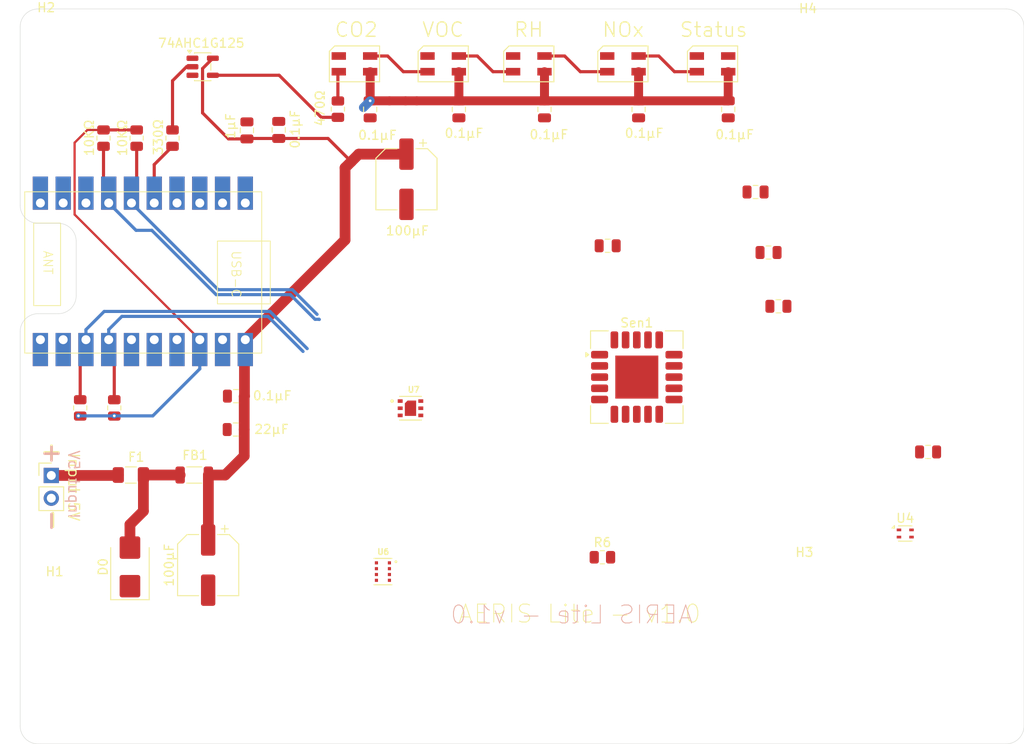
<source format=kicad_pcb>
(kicad_pcb (version 20241229) (generator "pcbnew") (generator_version "9.0")
  (layers (0 "F.Cu" signal) (2 "B.Cu" signal) (13 "F.Paste" user) (15 "B.Paste" user) (5 "F.SilkS" user "F.Silkscreen") (7 "B.SilkS" user "B.Silkscreen") (1 "F.Mask" user) (3 "B.Mask" user) (25 "Edge.Cuts" user))
  (net 0 "")
  (net 1 "+5V")
  (net 2 "GND")
  (net 3 "Net-(D1-DOUT)")
  (net 4 "+3V3")
  (net 5 "Net-(D2-DOUT)")
  (net 6 "Net-(D3-DOUT)")
  (net 7 "Net-(R3-Pad2)")
  (net 8 "Net-(R9-Pad1)")
  (net 9 "Net-(D4-DOUT)")
  (net 10 "Net-(J6-Pin_1)")
  (net 16 "Net-(D0-A2)")
  (net 17 "Net-(D1-DIN)")
  (net 20 "SDA_0")
  (net 21 "SCL_0")
  (net 22 "SCL_1")
  (net 23 "SDA_1")
  (net 38 "GPIO2")
  (footprint "Resistor_SMD:R_0805_2012Metric" (layer "F.Cu") (at 44.3 42.4125 90)
    (property "Reference" "R5" (hide yes))
    (property "Value" "10K" (hide yes))
    (fp_line (start -0.227064 -0.735) (end 0.227064 -0.735) (stroke (width 0.12)) (layer "F.SilkS"))
    (fp_line (start -0.227064 0.735) (end 0.227064 0.735) (stroke (width 0.12)) (layer "F.SilkS"))
    (pad "1" smd roundrect (at -0.9125 0 90) (size 1.025 1.4) (layers "F.Cu" "F.Mask" "F.Paste") (roundrect_rratio 0.243902) (net 22 "SCL_1"))
    (pad "2" smd roundrect (at 0.9125 0 90) (size 1.025 1.4) (layers "F.Cu" "F.Mask" "F.Paste") (roundrect_rratio 0.243902) (net 4 "+3V3"))
  )
  (footprint "Capacitor_SMD:CP_Elec_6.3x5.9" (layer "F.Cu") (at 78.1 47 -90)
    (property "Reference" "C11" (hide yes))
    (property "Value" "100µF" (hide yes))
    (fp_line (start -2.345563 3.41) (end 3.41 3.41) (stroke (width 0.12)) (layer "F.SilkS"))
    (fp_line (start 3.41 3.41) (end 3.41 1.06) (stroke (width 0.12)) (layer "F.SilkS"))
    (fp_line (start -3.41 2.345563) (end -2.345563 3.41) (stroke (width 0.12)) (layer "F.SilkS"))
    (fp_line (start -3.41 2.345563) (end -3.41 1.06) (stroke (width 0.12)) (layer "F.SilkS"))
    (fp_line (start -4.4375 -1.8475) (end -3.65 -1.8475) (stroke (width 0.12)) (layer "F.SilkS"))
    (fp_line (start -4.04375 -2.24125) (end -4.04375 -1.45375) (stroke (width 0.12)) (layer "F.SilkS"))
    (fp_line (start -3.41 -2.345563) (end -3.41 -1.06) (stroke (width 0.12)) (layer "F.SilkS"))
    (fp_line (start -3.41 -2.345563) (end -2.345563 -3.41) (stroke (width 0.12)) (layer "F.SilkS"))
    (fp_line (start -2.345563 -3.41) (end 3.41 -3.41) (stroke (width 0.12)) (layer "F.SilkS"))
    (fp_line (start 3.41 -3.41) (end 3.41 -1.06) (stroke (width 0.12)) (layer "F.SilkS"))
    (pad "1" smd roundrect (at -2.8 0 270) (size 3.5 1.6) (layers "F.Cu" "F.Mask" "F.Paste") (roundrect_rratio 0.15625) (net 1 "+5V"))
    (pad "2" smd roundrect (at 2.8 0 270) (size 3.5 1.6) (layers "F.Cu" "F.Mask" "F.Paste") (roundrect_rratio 0.15625) (net 2 "GND"))
  )
  (footprint "SGP41-D-R4:XDCR_SGP41-D-R4" (layer "F.Cu") (at 78.55 72.55)
    (property "Reference" "U7" (at 0.357 -2.0764 0) (layer "F.SilkS") (effects (font (size 0.64 0.64))))
    (property "Value" "SGP41-D-R4")
    (fp_line (start -1.22 -1.32) (end 1.22 -1.32) (stroke (width 0.127)) (layer "F.SilkS"))
    (fp_line (start 1.22 1.32) (end -1.22 1.32) (stroke (width 0.127)) (layer "F.SilkS"))
    (fp_circle (center -2.05 -0.8) (end -1.95 -0.8) (stroke (width 0.2)) (fill no) (layer "F.SilkS"))
    (pad "1" smd rect (at -1.15 -0.8) (size 0.55 0.4) (layers "F.Cu" "F.Mask" "F.Paste") (net 4 "+3V3"))
    (pad "2" smd rect (at -1.15 0) (size 0.55 0.4) (layers "F.Cu" "F.Mask" "F.Paste") (net 2 "GND"))
    (pad "3" smd rect (at -1.15 0.8) (size 0.55 0.4) (layers "F.Cu" "F.Mask" "F.Paste") (net 20 "SDA_0"))
    (pad "4" smd rect (at 1.15 0.8) (size 0.55 0.4) (layers "F.Cu" "F.Mask" "F.Paste"))
    (pad "5" smd rect (at 1.15 0) (size 0.55 0.4) (layers "F.Cu" "F.Mask" "F.Paste"))
    (pad "6" smd rect (at 1.15 -0.8) (size 0.55 0.4) (layers "F.Cu" "F.Mask" "F.Paste") (net 21 "SCL_0"))
    (pad "7" smd custom (at 0 0) (size 0.5 0.5) (layers "F.Cu") (options (clearance outline) (anchor rect)) (primitives (gr_poly (pts (xy -0.325 -0.85) (xy 0.625 -0.85) (xy 0.625 0.85) (xy -0.625 0.85) (xy -0.625 -0.55)) (width 0.01) (fill yes))))
  )
  (footprint "esp32-h2-supermini:LED_SK6812MINI_PLCC4_3.5x3.5mm_P1.75mm" (layer "F.Cu") (at 72.3 34.125 180)
    (property "Reference" "D1" (hide yes))
    (property "Value" "SK6812MINI" (hide yes))
    (fp_line (start 2.8 1.4) (end 2.8 -2) (stroke (width 0.12)) (layer "F.SilkS"))
    (fp_line (start 2.8 1.4) (end 2.2 2) (stroke (width 0.12)) (layer "F.SilkS"))
    (fp_line (start -2.8 2) (end 2.2 2) (stroke (width 0.12)) (layer "F.SilkS"))
    (fp_line (start -2.8 -2) (end 2.8 -2) (stroke (width 0.12)) (layer "F.SilkS"))
    (fp_line (start -2.8 -2) (end -2.8 2) (stroke (width 0.12)) (layer "F.SilkS"))
    (pad "1" smd rect (at -1.75 0.875 180) (size 1.6 0.85) (layers "F.Cu" "F.Mask" "F.Paste") (net 3 "Net-(D1-DOUT)"))
    (pad "2" smd rect (at 1.75 0.875 180) (size 1.6 0.85) (layers "F.Cu" "F.Mask" "F.Paste") (net 2 "GND"))
    (pad "3" smd rect (at 1.75 -0.875 180) (size 1.6 0.85) (layers "F.Cu" "F.Mask" "F.Paste") (net 17 "Net-(D1-DIN)"))
    (pad "4" smd rect (at -1.75 -0.875 180) (size 1.6 0.85) (layers "F.Cu" "F.Mask" "F.Paste") (net 1 "+5V"))
  )
  (footprint "Capacitor_SMD:C_0805_2012Metric" (layer "F.Cu") (at 119.6 61.175)
    (property "Reference" "C15" (hide yes))
    (property "Value" "1µF")
    (fp_line (start -0.261252 -0.735) (end 0.261252 -0.735) (stroke (width 0.12)) (layer "F.SilkS"))
    (fp_line (start -0.261252 0.735) (end 0.261252 0.735) (stroke (width 0.12)) (layer "F.SilkS"))
    (pad "1" smd roundrect (at -0.95 0) (size 1 1.45) (layers "F.Cu" "F.Mask" "F.Paste") (net 4 "+3V3"))
    (pad "2" smd roundrect (at 0.95 0) (size 1 1.45) (layers "F.Cu" "F.Mask" "F.Paste") (net 2 "GND"))
  )
  (footprint "Fuse:Fuse_1206_3216Metric" (layer "F.Cu") (at 47.35 80)
    (property "Reference" "F1" (at 0.6 -2 0) (layer "F.SilkS"))
    (property "Value" "Fuse_Small" (hide yes))
    (fp_line (start -0.602064 -0.91) (end 0.602064 -0.91) (stroke (width 0.12)) (layer "F.SilkS"))
    (fp_line (start -0.602064 0.91) (end 0.602064 0.91) (stroke (width 0.12)) (layer "F.SilkS"))
    (pad "1" smd roundrect (at -1.4 0) (size 1.25 1.75) (layers "F.Cu" "F.Mask" "F.Paste") (roundrect_rratio 0.2) (net 10 "Net-(J6-Pin_1)"))
    (pad "2" smd roundrect (at 1.4 0) (size 1.25 1.75) (layers "F.Cu" "F.Mask" "F.Paste") (roundrect_rratio 0.2) (net 16 "Net-(D0-A2)"))
  )
  (footprint "Connector_PinHeader_2.54mm:PinHeader_1x02_P2.54mm_Vertical" (layer "F.Cu") (at 38.475 80.05)
    (property "Reference" "J6" (hide yes))
    (property "Value" "USB-C Input" (hide yes))
    (fp_line (start -1.38 -1.38) (end 0 -1.38) (stroke (width 0.12)) (layer "F.SilkS"))
    (fp_line (start -1.38 0) (end -1.38 -1.38) (stroke (width 0.12)) (layer "F.SilkS"))
    (fp_line (start -1.38 1.27) (end -1.38 3.92) (stroke (width 0.12)) (layer "F.SilkS"))
    (fp_line (start -1.38 1.27) (end 1.38 1.27) (stroke (width 0.12)) (layer "F.SilkS"))
    (fp_line (start -1.38 3.92) (end 1.38 3.92) (stroke (width 0.12)) (layer "F.SilkS"))
    (fp_line (start 1.38 1.27) (end 1.38 3.92) (stroke (width 0.12)) (layer "F.SilkS"))
    (pad "1" thru_hole rect (at 0 0) (size 1.7 1.7) (drill 1) (layers "*.Cu" "*.Mask") (net 10 "Net-(J6-Pin_1)"))
    (pad "2" thru_hole circle (at 0 2.54) (size 1.7 1.7) (drill 1) (layers "*.Cu" "*.Mask") (net 2 "GND"))
  )
  (footprint "Capacitor_SMD:C_0805_2012Metric" (layer "F.Cu") (at 114 39.2 -90)
    (property "Reference" "C6" (hide yes))
    (property "Value" "0.1µF" (hide yes))
    (fp_line (start -0.261252 0.735) (end 0.261252 0.735) (stroke (width 0.12)) (layer "F.SilkS"))
    (fp_line (start -0.261252 -0.735) (end 0.261252 -0.735) (stroke (width 0.12)) (layer "F.SilkS"))
    (pad "1" smd roundrect (at -0.95 0 270) (size 1 1.45) (layers "F.Cu" "F.Mask" "F.Paste") (net 1 "+5V"))
    (pad "2" smd roundrect (at 0.95 0 270) (size 1 1.45) (layers "F.Cu" "F.Mask" "F.Paste") (net 2 "GND"))
  )
  (footprint "Sensor:Sensirion_SCD4x-1EP_10.1x10.1mm_P1.25mm_EP4.8x4.8mm" (layer "F.Cu") (at 103.8 69.075)
    (property "Reference" "Sen1" (at 0 -6.05 0) (layer "F.SilkS"))
    (property "Value" "SCD4x")
    (fp_line (start -5.16 -5.16) (end -3.185 -5.16) (stroke (width 0.12)) (layer "F.SilkS"))
    (fp_line (start -5.16 -3.185) (end -5.16 -5.16) (stroke (width 0.12)) (layer "F.SilkS"))
    (fp_line (start -5.16 5.16) (end -5.16 3.185) (stroke (width 0.12)) (layer "F.SilkS"))
    (fp_line (start -3.185 5.16) (end -5.16 5.16) (stroke (width 0.12)) (layer "F.SilkS"))
    (fp_line (start 3.185 -5.16) (end 5.16 -5.16) (stroke (width 0.12)) (layer "F.SilkS"))
    (fp_line (start 5.16 -5.16) (end 5.16 -3.185) (stroke (width 0.12)) (layer "F.SilkS"))
    (fp_line (start 5.16 3.185) (end 5.16 5.16) (stroke (width 0.12)) (layer "F.SilkS"))
    (fp_line (start 5.16 5.16) (end 3.185 5.16) (stroke (width 0.12)) (layer "F.SilkS"))
    (fp_poly (pts (xy -5.36 -2.5) (xy -5.69 -2.26) (xy -5.69 -2.74)) (stroke (width 0.12)) (fill yes) (layer "F.SilkS"))
    (pad "1" smd roundrect (at -4.15 -2.5) (size 1.9 0.85) (layers "F.Cu" "F.Mask" "F.Paste"))
    (pad "2" smd roundrect (at -4.15 -1.25) (size 1.9 0.85) (layers "F.Cu" "F.Mask" "F.Paste"))
    (pad "3" smd roundrect (at -4.15 0) (size 1.9 0.85) (layers "F.Cu" "F.Mask" "F.Paste"))
    (pad "4" smd roundrect (at -4.15 1.25) (size 1.9 0.85) (layers "F.Cu" "F.Mask" "F.Paste"))
    (pad "5" smd roundrect (at -4.15 2.5) (size 1.9 0.85) (layers "F.Cu" "F.Mask" "F.Paste"))
    (pad "6" smd roundrect (at -2.5 4.15) (size 0.85 1.9) (layers "F.Cu" "F.Mask" "F.Paste") (net 2 "GND"))
    (pad "7" smd roundrect (at -1.25 4.15) (size 0.85 1.9) (layers "F.Cu" "F.Mask" "F.Paste") (net 4 "+3V3"))
    (pad "8" smd roundrect (at 0 4.15) (size 0.85 1.9) (layers "F.Cu" "F.Mask" "F.Paste"))
    (pad "9" smd roundrect (at 1.25 4.15) (size 0.85 1.9) (layers "F.Cu" "F.Mask" "F.Paste") (net 21 "SCL_0"))
    (pad "10" smd roundrect (at 2.5 4.15) (size 0.85 1.9) (layers "F.Cu" "F.Mask" "F.Paste") (net 20 "SDA_0"))
    (pad "11" smd roundrect (at 4.15 2.5) (size 1.9 0.85) (layers "F.Cu" "F.Mask" "F.Paste"))
    (pad "12" smd roundrect (at 4.15 1.25) (size 1.9 0.85) (layers "F.Cu" "F.Mask" "F.Paste"))
    (pad "13" smd roundrect (at 4.15 0) (size 1.9 0.85) (layers "F.Cu" "F.Mask" "F.Paste"))
    (pad "14" smd roundrect (at 4.15 -1.25) (size 1.9 0.85) (layers "F.Cu" "F.Mask" "F.Paste"))
    (pad "15" smd roundrect (at 4.15 -2.5) (size 1.9 0.85) (layers "F.Cu" "F.Mask" "F.Paste"))
    (pad "16" smd roundrect (at 2.5 -4.15) (size 0.85 1.9) (layers "F.Cu" "F.Mask" "F.Paste"))
    (pad "17" smd roundrect (at 1.25 -4.15) (size 0.85 1.9) (layers "F.Cu" "F.Mask" "F.Paste"))
    (pad "18" smd roundrect (at 0 -4.15) (size 0.85 1.9) (layers "F.Cu" "F.Mask" "F.Paste"))
    (pad "19" smd roundrect (at -1.25 -4.15) (size 0.85 1.9) (layers "F.Cu" "F.Mask" "F.Paste"))
    (pad "20" smd roundrect (at -2.5 -4.15) (size 0.85 1.9) (layers "F.Cu" "F.Mask" "F.Paste") (net 2 "GND"))
    (pad "21" smd rect (at 0 0) (size 4.8 4.8) (property pad_prop_heatsink) (layers "F.Cu" "F.Mask") (net 2 "GND"))
  )
  (footprint "Capacitor_SMD:CP_Elec_6.3x5.9" (layer "F.Cu") (at 55.975 90.05 -90)
    (property "Reference" "C3" (hide yes))
    (property "Value" "100µF" (at 0 4.35 90) (layer "F.SilkS"))
    (fp_line (start -2.345563 3.41) (end 3.41 3.41) (stroke (width 0.12)) (layer "F.SilkS"))
    (fp_line (start 3.41 3.41) (end 3.41 1.06) (stroke (width 0.12)) (layer "F.SilkS"))
    (fp_line (start -3.41 2.345563) (end -2.345563 3.41) (stroke (width 0.12)) (layer "F.SilkS"))
    (fp_line (start -3.41 2.345563) (end -3.41 1.06) (stroke (width 0.12)) (layer "F.SilkS"))
    (fp_line (start -4.4375 -1.8475) (end -3.65 -1.8475) (stroke (width 0.12)) (layer "F.SilkS"))
    (fp_line (start -4.04375 -2.24125) (end -4.04375 -1.45375) (stroke (width 0.12)) (layer "F.SilkS"))
    (fp_line (start -3.41 -2.345563) (end -3.41 -1.06) (stroke (width 0.12)) (layer "F.SilkS"))
    (fp_line (start -3.41 -2.345563) (end -2.345563 -3.41) (stroke (width 0.12)) (layer "F.SilkS"))
    (fp_line (start -2.345563 -3.41) (end 3.41 -3.41) (stroke (width 0.12)) (layer "F.SilkS"))
    (fp_line (start 3.41 -3.41) (end 3.41 -1.06) (stroke (width 0.12)) (layer "F.SilkS"))
    (pad "1" smd roundrect (at -2.8 0 270) (size 3.5 1.6) (layers "F.Cu" "F.Mask" "F.Paste") (roundrect_rratio 0.15625) (net 1 "+5V"))
    (pad "2" smd roundrect (at 2.8 0 270) (size 3.5 1.6) (layers "F.Cu" "F.Mask" "F.Paste") (roundrect_rratio 0.15625) (net 2 "GND"))
  )
  (footprint "Resistor_SMD:R_0805_2012Metric" (layer "F.Cu") (at 70.45 39.18 90)
    (property "Reference" "R9" (hide yes))
    (property "Value" "470R" (hide yes))
    (fp_line (start -0.227064 -0.735) (end 0.227064 -0.735) (stroke (width 0.12)) (layer "F.SilkS"))
    (fp_line (start -0.227064 0.735) (end 0.227064 0.735) (stroke (width 0.12)) (layer "F.SilkS"))
    (pad "1" smd roundrect (at -0.9125 0 90) (size 1.025 1.4) (layers "F.Cu" "F.Mask" "F.Paste") (roundrect_rratio 0.243902) (net 8 "Net-(R9-Pad1)"))
    (pad "2" smd roundrect (at 0.9125 0 90) (size 1.025 1.4) (layers "F.Cu" "F.Mask" "F.Paste") (roundrect_rratio 0.243902) (net 17 "Net-(D1-DIN)"))
  )
  (footprint "Sensor_Humidity:Sensirion_DFN-4_1.5x1.5mm_P0.8mm_SHT4x_NoCentralPad" (layer "F.Cu") (at 133.75 86.525)
    (property "Reference" "U4" (at 0 -1.7 0) (layer "F.SilkS"))
    (property "Value" "SHT4x")
    (fp_line (start -0.75 -0.86) (end 0.75 -0.86) (stroke (width 0.12)) (layer "F.SilkS"))
    (fp_line (start -0.75 0.86) (end 0.75 0.86) (stroke (width 0.12)) (layer "F.SilkS"))
    (fp_poly (pts (xy -1.2 -0.6) (xy -1.48 -0.6) (xy -1.2 -0.88) (xy -1.2 -0.6)) (stroke (width 0.12)) (fill yes) (layer "F.SilkS"))
    (pad "1" smd rect (at -0.7 -0.4) (size 0.5 0.3) (layers "F.Cu" "F.Mask" "F.Paste") (net 23 "SDA_1"))
    (pad "2" smd rect (at -0.7 0.4) (size 0.5 0.3) (layers "F.Cu" "F.Mask" "F.Paste") (net 22 "SCL_1"))
    (pad "3" smd rect (at 0.7 0.4) (size 0.5 0.3) (layers "F.Cu" "F.Mask" "F.Paste") (net 4 "+3V3"))
    (pad "4" smd rect (at 0.7 -0.4) (size 0.5 0.3) (layers "F.Cu" "F.Mask" "F.Paste") (net 2 "GND"))
  )
  (footprint "Resistor_SMD:R_0805_2012Metric" (layer "F.Cu") (at 52 42.4125 90)
    (property "Reference" "R3" (hide yes))
    (property "Value" "330R" (hide yes))
    (fp_line (start -0.227064 -0.735) (end 0.227064 -0.735) (stroke (width 0.12)) (layer "F.SilkS"))
    (fp_line (start -0.227064 0.735) (end 0.227064 0.735) (stroke (width 0.12)) (layer "F.SilkS"))
    (pad "1" smd roundrect (at -0.9125 0 90) (size 1.025 1.4) (layers "F.Cu" "F.Mask" "F.Paste") (roundrect_rratio 0.243902) (net 38 "GPIO2"))
    (pad "2" smd roundrect (at 0.9125 0 90) (size 1.025 1.4) (layers "F.Cu" "F.Mask" "F.Paste") (roundrect_rratio 0.243902) (net 7 "Net-(R3-Pad2)"))
  )
  (footprint "esp32-h2-supermini:LED_SK6812MINI_PLCC4_3.5x3.5mm_P1.75mm" (layer "F.Cu") (at 112.25 34.125 180)
    (property "Reference" "D5" (hide yes))
    (property "Value" "SK6812MINI" (hide yes))
    (fp_line (start 2.8 1.4) (end 2.8 -2) (stroke (width 0.12)) (layer "F.SilkS"))
    (fp_line (start 2.8 1.4) (end 2.2 2) (stroke (width 0.12)) (layer "F.SilkS"))
    (fp_line (start -2.8 2) (end 2.2 2) (stroke (width 0.12)) (layer "F.SilkS"))
    (fp_line (start -2.8 -2) (end 2.8 -2) (stroke (width 0.12)) (layer "F.SilkS"))
    (fp_line (start -2.8 -2) (end -2.8 2) (stroke (width 0.12)) (layer "F.SilkS"))
    (pad "1" smd rect (at -1.75 0.875 180) (size 1.6 0.85) (layers "F.Cu" "F.Mask" "F.Paste"))
    (pad "2" smd rect (at 1.75 0.875 180) (size 1.6 0.85) (layers "F.Cu" "F.Mask" "F.Paste") (net 2 "GND"))
    (pad "3" smd rect (at 1.75 -0.875 180) (size 1.6 0.85) (layers "F.Cu" "F.Mask" "F.Paste") (net 9 "Net-(D4-DOUT)"))
    (pad "4" smd rect (at -1.75 -0.875 180) (size 1.6 0.85) (layers "F.Cu" "F.Mask" "F.Paste") (net 1 "+5V"))
  )
  (footprint "Capacitor_SMD:C_0805_2012Metric" (layer "F.Cu") (at 136.3 77.425)
    (property "Reference" "C13" (hide yes))
    (property "Value" "0.1µF")
    (fp_line (start -0.261252 -0.735) (end 0.261252 -0.735) (stroke (width 0.12)) (layer "F.SilkS"))
    (fp_line (start -0.261252 0.735) (end 0.261252 0.735) (stroke (width 0.12)) (layer "F.SilkS"))
    (pad "1" smd roundrect (at -0.95 0) (size 1 1.45) (layers "F.Cu" "F.Mask" "F.Paste") (net 4 "+3V3"))
    (pad "2" smd roundrect (at 0.95 0) (size 1 1.45) (layers "F.Cu" "F.Mask" "F.Paste") (net 2 "GND"))
  )
  (footprint "Inductor_SMD:L_1206_3216Metric" (layer "F.Cu") (at 54.425 80 180)
    (property "Reference" "FB1" (at -0.075 2.2 0) (layer "F.SilkS"))
    (property "Value" "FerriteBead" (hide yes))
    (fp_line (start -0.835242 0.91) (end 0.835242 0.91) (stroke (width 0.12)) (layer "F.SilkS"))
    (fp_line (start -0.835242 -0.91) (end 0.835242 -0.91) (stroke (width 0.12)) (layer "F.SilkS"))
    (pad "1" smd roundrect (at -1.575 0 180) (size 1.05 1.9) (layers "F.Cu" "F.Mask" "F.Paste") (roundrect_rratio 0.238095) (net 1 "+5V"))
    (pad "2" smd roundrect (at 1.575 0 180) (size 1.05 1.9) (layers "F.Cu" "F.Mask" "F.Paste") (roundrect_rratio 0.238095) (net 16 "Net-(D0-A2)"))
  )
  (footprint "MountingHole:MountingHole_2.2mm_M2" (layer "F.Cu") (at 38.85 93.925)
    (property "Reference" "H1" (at 0 -3.15 0) (layer "F.SilkS"))
    (property "Value" "MountingHole")
    (pad "" np_thru_hole circle (at 0 0) (size 2.2 2.2) (drill 2.2) (layers "*.Cu" "*.Mask"))
  )
  (footprint "Capacitor_SMD:C_0805_2012Metric" (layer "F.Cu") (at 59.05 74.925)
    (property "Reference" "C4" (hide yes))
    (property "Value" "22µF" (hide yes))
    (fp_line (start -0.261252 -0.735) (end 0.261252 -0.735) (stroke (width 0.12)) (layer "F.SilkS"))
    (fp_line (start -0.261252 0.735) (end 0.261252 0.735) (stroke (width 0.12)) (layer "F.SilkS"))
    (pad "1" smd roundrect (at -0.95 0) (size 1 1.45) (layers "F.Cu" "F.Mask" "F.Paste") (net 2 "GND"))
    (pad "2" smd roundrect (at 0.95 0) (size 1 1.45) (layers "F.Cu" "F.Mask" "F.Paste") (net 1 "+5V"))
  )
  (footprint "Resistor_SMD:R_0805_2012Metric" (layer "F.Cu") (at 99.9625 89.175)
    (property "Reference" "R6" (at 0 -1.65 0) (layer "F.SilkS"))
    (property "Value" "4.7R")
    (fp_line (start -0.227064 -0.735) (end 0.227064 -0.735) (stroke (width 0.12)) (layer "F.SilkS"))
    (fp_line (start -0.227064 0.735) (end 0.227064 0.735) (stroke (width 0.12)) (layer "F.SilkS"))
    (pad "1" smd roundrect (at -0.9125 0) (size 1.025 1.4) (layers "F.Cu" "F.Mask" "F.Paste") (roundrect_rratio 0.243902))
    (pad "2" smd roundrect (at 0.9125 0) (size 1.025 1.4) (layers "F.Cu" "F.Mask" "F.Paste") (roundrect_rratio 0.243902))
  )
  (footprint "Capacitor_SMD:C_0805_2012Metric" (layer "F.Cu") (at 59.075 71.2 180)
    (property "Reference" "C10" (hide yes))
    (property "Value" "0.1µF" (hide yes))
    (fp_line (start -0.261252 0.735) (end 0.261252 0.735) (stroke (width 0.12)) (layer "F.SilkS"))
    (fp_line (start -0.261252 -0.735) (end 0.261252 -0.735) (stroke (width 0.12)) (layer "F.SilkS"))
    (pad "1" smd roundrect (at -0.95 0 180) (size 1 1.45) (layers "F.Cu" "F.Mask" "F.Paste") (net 1 "+5V"))
    (pad "2" smd roundrect (at 0.95 0 180) (size 1 1.45) (layers "F.Cu" "F.Mask" "F.Paste") (net 2 "GND"))
  )
  (footprint "Capacitor_SMD:C_0805_2012Metric" (layer "F.Cu") (at 60.3 41.55 90)
    (property "Reference" "C1" (hide yes))
    (property "Value" "1µF" (hide yes))
    (fp_line (start -0.261252 -0.735) (end 0.261252 -0.735) (stroke (width 0.12)) (layer "F.SilkS"))
    (fp_line (start -0.261252 0.735) (end 0.261252 0.735) (stroke (width 0.12)) (layer "F.SilkS"))
    (pad "1" smd roundrect (at -0.95 0 90) (size 1 1.45) (layers "F.Cu" "F.Mask" "F.Paste") (net 1 "+5V"))
    (pad "2" smd roundrect (at 0.95 0 90) (size 1 1.45) (layers "F.Cu" "F.Mask" "F.Paste") (net 2 "GND"))
  )
  (footprint "Capacitor_SMD:C_0805_2012Metric" (layer "F.Cu") (at 63.85 41.5 90)
    (property "Reference" "C2" (hide yes))
    (property "Value" "0.1µF" (at 0.075 1.825 270) (layer "F.SilkS"))
    (fp_line (start -0.261252 -0.735) (end 0.261252 -0.735) (stroke (width 0.12)) (layer "F.SilkS"))
    (fp_line (start -0.261252 0.735) (end 0.261252 0.735) (stroke (width 0.12)) (layer "F.SilkS"))
    (pad "1" smd roundrect (at -0.95 0 90) (size 1 1.45) (layers "F.Cu" "F.Mask" "F.Paste") (net 1 "+5V"))
    (pad "2" smd roundrect (at 0.95 0 90) (size 1 1.45) (layers "F.Cu" "F.Mask" "F.Paste") (net 2 "GND"))
  )
  (footprint "esp32-h2-supermini:LED_SK6812MINI_PLCC4_3.5x3.5mm_P1.75mm" (layer "F.Cu") (at 82.2 34.125 180)
    (property "Reference" "D2" (hide yes))
    (property "Value" "SK6812MINI" (hide yes))
    (fp_line (start 2.8 1.4) (end 2.8 -2) (stroke (width 0.12)) (layer "F.SilkS"))
    (fp_line (start 2.8 1.4) (end 2.2 2) (stroke (width 0.12)) (layer "F.SilkS"))
    (fp_line (start -2.8 2) (end 2.2 2) (stroke (width 0.12)) (layer "F.SilkS"))
    (fp_line (start -2.8 -2) (end 2.8 -2) (stroke (width 0.12)) (layer "F.SilkS"))
    (fp_line (start -2.8 -2) (end -2.8 2) (stroke (width 0.12)) (layer "F.SilkS"))
    (pad "1" smd rect (at -1.75 0.875 180) (size 1.6 0.85) (layers "F.Cu" "F.Mask" "F.Paste") (net 5 "Net-(D2-DOUT)"))
    (pad "2" smd rect (at 1.75 0.875 180) (size 1.6 0.85) (layers "F.Cu" "F.Mask" "F.Paste") (net 2 "GND"))
    (pad "3" smd rect (at 1.75 -0.875 180) (size 1.6 0.85) (layers "F.Cu" "F.Mask" "F.Paste") (net 3 "Net-(D1-DOUT)"))
    (pad "4" smd rect (at -1.75 -0.875 180) (size 1.6 0.85) (layers "F.Cu" "F.Mask" "F.Paste") (net 1 "+5V"))
  )
  (footprint "esp32-h2-supermini:ESP32C6-Supermini" (layer "F.Cu") (at 35.51 48.4 -90)
    (property "Reference" "U1" (hide yes))
    (property "Value" "ESP32-C6-SUPERMINI")
    (fp_rect (start 3.5 -4) (end 12.7 -1) (stroke (width 0.1)) (fill no) (layer "F.SilkS"))
    (fp_rect (start 0 -26.44) (end 18 0) (stroke (width 0.1)) (fill no) (layer "F.SilkS"))
    (fp_rect (start 5.5 -27.4) (end 12.5 -21.5) (stroke (width 0.1)) (fill no) (layer "F.SilkS"))
    (fp_text user "ANT" (at 6.5 -2 270) (layer "F.SilkS") (effects (font (thickness 0.1)) (justify left bottom)))
    (fp_text user "USB-C" (at 6.5 -23 270) (layer "F.SilkS") (effects (font (thickness 0.1)) (justify left bottom)))
    (pad "1" thru_hole rect (at 16.5 -1.75 90) (size 3.7 1.7) (drill 1 (offset -1.1 0)) (layers "*.Cu" "*.Mask"))
    (pad "2" thru_hole rect (at 16.5 -4.29 90) (size 3.7 1.7) (drill 1 (offset -1.1 0)) (layers "*.Cu" "*.Mask"))
    (pad "3" thru_hole rect (at 16.5 -6.83 90) (size 3.7 1.7) (drill 1 (offset -1.1 0)) (layers "*.Cu" "*.Mask") (net 20 "SDA_0"))
    (pad "4" thru_hole rect (at 16.5 -9.37 90) (size 3.7 1.7) (drill 1 (offset -1.1 0)) (layers "*.Cu" "*.Mask") (net 21 "SCL_0"))
    (pad "5" thru_hole rect (at 16.5 -11.91 90) (size 3.7 1.7) (drill 1 (offset -1.1 0)) (layers "*.Cu" "*.Mask"))
    (pad "6" thru_hole rect (at 16.5 -14.45 90) (size 3.7 1.7) (drill 1 (offset -1.1 0)) (layers "*.Cu" "*.Mask"))
    (pad "7" thru_hole rect (at 16.5 -16.99 90) (size 3.7 1.7) (drill 1 (offset -1.1 0)) (layers "*.Cu" "*.Mask"))
    (pad "8" thru_hole rect (at 16.5 -19.53 90) (size 3.7 1.7) (drill 1 (offset -1.1 0)) (layers "*.Cu" "*.Mask") (net 4 "+3V3"))
    (pad "9" thru_hole rect (at 16.5 -22.07 90) (size 3.7 1.7) (drill 1 (offset -1.1 0)) (layers "*.Cu" "*.Mask") (net 2 "GND"))
    (pad "10" thru_hole rect (at 16.5 -24.61 90) (size 3.7 1.7) (drill 1 (offset -1.1 0)) (layers "*.Cu" "*.Mask") (net 1 "+5V"))
    (pad "11" thru_hole rect (at 1.25 -1.75 90) (size 3.7 1.7) (drill 1 (offset 1.1 0)) (layers "*.Cu" "*.Mask"))
    (pad "12" thru_hole rect (at 1.25 -4.29 90) (size 3.7 1.7) (drill 1 (offset 1.1 0)) (layers "*.Cu" "*.Mask"))
    (pad "13" thru_hole rect (at 1.25 -6.83 90) (size 3.7 1.7) (drill 1 (offset 1.1 0)) (layers "*.Cu" "*.Mask"))
    (pad "14" thru_hole rect (at 1.25 -9.37 90) (size 3.7 1.7) (drill 1 (offset 1.1 0)) (layers "*.Cu" "*.Mask") (net 22 "SCL_1"))
    (pad "15" thru_hole rect (at 1.25 -11.91 90) (size 3.7 1.7) (drill 1 (offset 1.1 0)) (layers "*.Cu" "*.Mask") (net 23 "SDA_1"))
    (pad "16" thru_hole rect (at 1.25 -14.45 90) (size 3.7 1.7) (drill 1 (offset 1.1 0)) (layers "*.Cu" "*.Mask") (net 38 "GPIO2"))
    (pad "17" thru_hole rect (at 1.25 -16.99 90) (size 3.7 1.7) (drill 1 (offset 1.1 0)) (layers "*.Cu" "*.Mask"))
    (pad "18" thru_hole rect (at 1.25 -19.53 90) (size 3.7 1.7) (drill 1 (offset 1.1 0)) (layers "*.Cu" "*.Mask"))
    (pad "19" thru_hole rect (at 1.25 -22.07 90) (size 3.7 1.7) (drill 1 (offset 1.1 0)) (layers "*.Cu" "*.Mask"))
    (pad "20" thru_hole rect (at 1.25 -24.61 90) (size 3.7 1.7) (drill 1 (offset 1.1 0)) (layers "*.Cu" "*.Mask"))
  )
  (footprint "MountingHole:MountingHole_2.2mm_M2" (layer "F.Cu") (at 37.9 31)
    (property "Reference" "H2" (at 0 -3.15 0) (layer "F.SilkS"))
    (property "Value" "MountingHole")
    (pad "" np_thru_hole circle (at 0 0) (size 2.2 2.2) (drill 2.2) (layers "*.Cu" "*.Mask"))
  )
  (footprint "esp32-h2-supermini:LED_SK6812MINI_PLCC4_3.5x3.5mm_P1.75mm" (layer "F.Cu") (at 91.75 34.125 180)
    (property "Reference" "D3" (hide yes))
    (property "Value" "SK6812MINI" (hide yes))
    (fp_line (start 2.8 1.4) (end 2.8 -2) (stroke (width 0.12)) (layer "F.SilkS"))
    (fp_line (start 2.8 1.4) (end 2.2 2) (stroke (width 0.12)) (layer "F.SilkS"))
    (fp_line (start -2.8 2) (end 2.2 2) (stroke (width 0.12)) (layer "F.SilkS"))
    (fp_line (start -2.8 -2) (end 2.8 -2) (stroke (width 0.12)) (layer "F.SilkS"))
    (fp_line (start -2.8 -2) (end -2.8 2) (stroke (width 0.12)) (layer "F.SilkS"))
    (pad "1" smd rect (at -1.75 0.875 180) (size 1.6 0.85) (layers "F.Cu" "F.Mask" "F.Paste") (net 6 "Net-(D3-DOUT)"))
    (pad "2" smd rect (at 1.75 0.875 180) (size 1.6 0.85) (layers "F.Cu" "F.Mask" "F.Paste") (net 2 "GND"))
    (pad "3" smd rect (at 1.75 -0.875 180) (size 1.6 0.85) (layers "F.Cu" "F.Mask" "F.Paste") (net 5 "Net-(D2-DOUT)"))
    (pad "4" smd rect (at -1.75 -0.875 180) (size 1.6 0.85) (layers "F.Cu" "F.Mask" "F.Paste") (net 1 "+5V"))
  )
  (footprint "Diode_SMD:D_SMB" (layer "F.Cu") (at 47.25 90.25 90)
    (property "Reference" "D0" (at 0 -3 90) (layer "F.SilkS"))
    (property "Value" "D_TVS" (hide yes))
    (fp_line (start -3.66 -2.15) (end 2.15 -2.15) (stroke (width 0.12)) (layer "F.SilkS"))
    (fp_line (start -3.66 -2.15) (end -3.66 2.15) (stroke (width 0.12)) (layer "F.SilkS"))
    (fp_line (start -3.66 2.15) (end 2.15 2.15) (stroke (width 0.12)) (layer "F.SilkS"))
    (pad "1" smd roundrect (at -2.15 0 90) (size 2.5 2.3) (layers "F.Cu" "F.Mask" "F.Paste") (roundrect_rratio 0.1086956522) (net 2 "GND"))
    (pad "2" smd roundrect (at 2.15 0 90) (size 2.5 2.3) (layers "F.Cu" "F.Mask" "F.Paste") (roundrect_rratio 0.1086956522) (net 16 "Net-(D0-A2)"))
  )
  (footprint "MountingHole:MountingHole_2.2mm_M2" (layer "F.Cu") (at 122.5 91.775)
    (property "Reference" "H3" (at 0 -3.15 0) (layer "F.SilkS"))
    (property "Value" "MountingHole")
    (pad "" np_thru_hole circle (at 0 0) (size 2.2 2.2) (drill 2.2) (layers "*.Cu" "*.Mask"))
  )
  (footprint "esp32-h2-supermini:LED_SK6812MINI_PLCC4_3.5x3.5mm_P1.75mm" (layer "F.Cu") (at 102.25 34.125 180)
    (property "Reference" "D4" (hide yes))
    (property "Value" "SK6812MINI" (hide yes))
    (fp_line (start 2.8 1.4) (end 2.8 -2) (stroke (width 0.12)) (layer "F.SilkS"))
    (fp_line (start 2.8 1.4) (end 2.2 2) (stroke (width 0.12)) (layer "F.SilkS"))
    (fp_line (start -2.8 2) (end 2.2 2) (stroke (width 0.12)) (layer "F.SilkS"))
    (fp_line (start -2.8 -2) (end 2.8 -2) (stroke (width 0.12)) (layer "F.SilkS"))
    (fp_line (start -2.8 -2) (end -2.8 2) (stroke (width 0.12)) (layer "F.SilkS"))
    (pad "1" smd rect (at -1.75 0.875 180) (size 1.6 0.85) (layers "F.Cu" "F.Mask" "F.Paste") (net 9 "Net-(D4-DOUT)"))
    (pad "2" smd rect (at 1.75 0.875 180) (size 1.6 0.85) (layers "F.Cu" "F.Mask" "F.Paste") (net 2 "GND"))
    (pad "3" smd rect (at 1.75 -0.875 180) (size 1.6 0.85) (layers "F.Cu" "F.Mask" "F.Paste") (net 6 "Net-(D3-DOUT)"))
    (pad "4" smd rect (at -1.75 -0.875 180) (size 1.6 0.85) (layers "F.Cu" "F.Mask" "F.Paste") (net 1 "+5V"))
  )
  (footprint "Capacitor_SMD:C_0805_2012Metric" (layer "F.Cu") (at 118.5 55.175)
    (property "Reference" "C14" (hide yes))
    (property "Value" "0.1µF")
    (fp_line (start -0.261252 -0.735) (end 0.261252 -0.735) (stroke (width 0.12)) (layer "F.SilkS"))
    (fp_line (start -0.261252 0.735) (end 0.261252 0.735) (stroke (width 0.12)) (layer "F.SilkS"))
    (pad "1" smd roundrect (at -0.95 0) (size 1 1.45) (layers "F.Cu" "F.Mask" "F.Paste") (net 4 "+3V3"))
    (pad "2" smd roundrect (at 0.95 0) (size 1 1.45) (layers "F.Cu" "F.Mask" "F.Paste") (net 2 "GND"))
  )
  (footprint "Resistor_SMD:R_0805_2012Metric" (layer "F.Cu") (at 41.7 72.5125 90)
    (property "Reference" "R1" (hide yes))
    (property "Value" "10K" (hide yes))
    (fp_line (start -0.227064 -0.735) (end 0.227064 -0.735) (stroke (width 0.12)) (layer "F.SilkS"))
    (fp_line (start -0.227064 0.735) (end 0.227064 0.735) (stroke (width 0.12)) (layer "F.SilkS"))
    (pad "1" smd roundrect (at -0.9125 0 90) (size 1.025 1.4) (layers "F.Cu" "F.Mask" "F.Paste") (roundrect_rratio 0.243902) (net 4 "+3V3"))
    (pad "2" smd roundrect (at 0.9125 0 90) (size 1.025 1.4) (layers "F.Cu" "F.Mask" "F.Paste") (roundrect_rratio 0.243902) (net 20 "SDA_0"))
  )
  (footprint "Capacitor_SMD:C_0805_2012Metric" (layer "F.Cu") (at 104 39.2 -90)
    (property "Reference" "C7" (hide yes))
    (property "Value" "0.1µF" (hide yes))
    (fp_line (start -0.261252 0.735) (end 0.261252 0.735) (stroke (width 0.12)) (layer "F.SilkS"))
    (fp_line (start -0.261252 -0.735) (end 0.261252 -0.735) (stroke (width 0.12)) (layer "F.SilkS"))
    (pad "1" smd roundrect (at -0.95 0 270) (size 1 1.45) (layers "F.Cu" "F.Mask" "F.Paste") (net 1 "+5V"))
    (pad "2" smd roundrect (at 0.95 0 270) (size 1 1.45) (layers "F.Cu" "F.Mask" "F.Paste") (net 2 "GND"))
  )
  (footprint "Package_TO_SOT_SMD:SOT-23-5" (layer "F.Cu") (at 55.3625 34.45)
    (property "Reference" "U2" (hide yes))
    (property "Value" "74AHC1G125" (hide yes))
    (fp_line (start -0.91 -1.56) (end 0.91 -1.56) (stroke (width 0.12)) (layer "F.SilkS"))
    (fp_line (start -0.91 -1.51) (end -0.91 -1.56) (stroke (width 0.12)) (layer "F.SilkS"))
    (fp_line (start -0.91 1.56) (end -0.91 1.51) (stroke (width 0.12)) (layer "F.SilkS"))
    (fp_line (start 0.91 -1.56) (end 0.91 -1.51) (stroke (width 0.12)) (layer "F.SilkS"))
    (fp_line (start 0.91 -0.39) (end 0.91 0.39) (stroke (width 0.12)) (layer "F.SilkS"))
    (fp_line (start 0.91 1.51) (end 0.91 1.56) (stroke (width 0.12)) (layer "F.SilkS"))
    (fp_line (start 0.91 1.56) (end -0.91 1.56) (stroke (width 0.12)) (layer "F.SilkS"))
    (fp_poly (pts (xy -1.45 -1.51) (xy -1.69 -1.84) (xy -1.21 -1.84)) (stroke (width 0.12)) (fill yes) (layer "F.SilkS"))
    (pad "1" smd roundrect (at -1.1375 -0.95) (size 1.325 0.6) (layers "F.Cu" "F.Mask" "F.Paste") (net 2 "GND"))
    (pad "2" smd roundrect (at -1.1375 0) (size 1.325 0.6) (layers "F.Cu" "F.Mask" "F.Paste") (net 7 "Net-(R3-Pad2)"))
    (pad "3" smd roundrect (at -1.1375 0.95) (size 1.325 0.6) (layers "F.Cu" "F.Mask" "F.Paste") (net 2 "GND"))
    (pad "4" smd roundrect (at 1.1375 0.95) (size 1.325 0.6) (layers "F.Cu" "F.Mask" "F.Paste") (net 8 "Net-(R9-Pad1)"))
    (pad "5" smd roundrect (at 1.1375 -0.95) (size 1.325 0.6) (layers "F.Cu" "F.Mask" "F.Paste") (net 1 "+5V"))
  )
  (footprint "MountingHole:MountingHole_2.2mm_M2" (layer "F.Cu") (at 122.9 31.1)
    (property "Reference" "H4" (at 0 -3.15 0) (layer "F.SilkS"))
    (property "Value" "MountingHole")
    (pad "" np_thru_hole circle (at 0 0) (size 2.2 2.2) (drill 2.2) (layers "*.Cu" "*.Mask"))
  )
  (footprint "Capacitor_SMD:C_0805_2012Metric" (layer "F.Cu") (at 93.5 39.2 -90)
    (property "Reference" "C5" (hide yes))
    (property "Value" "0.1µF" (hide yes))
    (fp_line (start -0.261252 0.735) (end 0.261252 0.735) (stroke (width 0.12)) (layer "F.SilkS"))
    (fp_line (start -0.261252 -0.735) (end 0.261252 -0.735) (stroke (width 0.12)) (layer "F.SilkS"))
    (pad "1" smd roundrect (at -0.95 0 270) (size 1 1.45) (layers "F.Cu" "F.Mask" "F.Paste") (net 1 "+5V"))
    (pad "2" smd roundrect (at 0.95 0 270) (size 1 1.45) (layers "F.Cu" "F.Mask" "F.Paste") (net 2 "GND"))
  )
  (footprint "Capacitor_SMD:C_0805_2012Metric" (layer "F.Cu") (at 117.05 48.425)
    (property "Reference" "C16" (hide yes))
    (property "Value" "1µF")
    (fp_line (start -0.261252 -0.735) (end 0.261252 -0.735) (stroke (width 0.12)) (layer "F.SilkS"))
    (fp_line (start -0.261252 0.735) (end 0.261252 0.735) (stroke (width 0.12)) (layer "F.SilkS"))
    (pad "1" smd roundrect (at -0.95 0) (size 1 1.45) (layers "F.Cu" "F.Mask" "F.Paste"))
    (pad "2" smd roundrect (at 0.95 0) (size 1 1.45) (layers "F.Cu" "F.Mask" "F.Paste"))
  )
  (footprint "DPS368XTSA1:XDCR_DPS368XTSA1" (layer "F.Cu") (at 75.475 90.775)
    (property "Reference" "U6" (at 0.032 -2.2064 0) (layer "F.SilkS") (effects (font (size 0.64 0.64))))
    (property "Value" "DPS368XTSA1")
    (fp_line (start -1 -1.47) (end 1 -1.47) (stroke (width 0.127)) (layer "F.SilkS"))
    (fp_line (start -1 1.47) (end 1 1.47) (stroke (width 0.127)) (layer "F.SilkS"))
    (fp_circle (center 1.45 -1.1) (end 1.53 -1.1) (stroke (width 0.16)) (fill no) (layer "F.SilkS"))
    (pad "1" smd rect (at 0.725 -0.975) (size 0.35 0.35) (layers "F.Cu" "F.Mask") (net 2 "GND"))
    (pad "2" smd rect (at 0.725 -0.325) (size 0.35 0.35) (layers "F.Cu" "F.Mask"))
    (pad "3" smd rect (at 0.725 0.325) (size 0.35 0.35) (layers "F.Cu" "F.Mask") (net 23 "SDA_1"))
    (pad "4" smd rect (at 0.725 0.975) (size 0.35 0.35) (layers "F.Cu" "F.Mask") (net 22 "SCL_1"))
    (pad "5" smd rect (at -0.725 0.975) (size 0.35 0.35) (layers "F.Cu" "F.Mask"))
    (pad "6" smd rect (at -0.725 0.325) (size 0.35 0.35) (layers "F.Cu" "F.Mask"))
    (pad "7" smd rect (at -0.725 -0.325) (size 0.35 0.35) (layers "F.Cu" "F.Mask") (net 2 "GND"))
    (pad "8" smd rect (at -0.725 -0.975) (size 0.35 0.35) (layers "F.Cu" "F.Mask") (net 4 "+3V3"))
  )
  (footprint "Capacitor_SMD:C_0805_2012Metric" (layer "F.Cu") (at 100.55 54.425)
    (property "Reference" "C12" (hide yes))
    (property "Value" "0.1µF")
    (fp_line (start -0.261252 -0.735) (end 0.261252 -0.735) (stroke (width 0.12)) (layer "F.SilkS"))
    (fp_line (start -0.261252 0.735) (end 0.261252 0.735) (stroke (width 0.12)) (layer "F.SilkS"))
    (pad "1" smd roundrect (at -0.95 0) (size 1 1.45) (layers "F.Cu" "F.Mask" "F.Paste") (net 4 "+3V3"))
    (pad "2" smd roundrect (at 0.95 0) (size 1 1.45) (layers "F.Cu" "F.Mask" "F.Paste") (net 2 "GND"))
  )
  (footprint "Capacitor_SMD:C_0805_2012Metric" (layer "F.Cu") (at 83.95 39.2 -90)
    (property "Reference" "C9" (hide yes))
    (property "Value" "0.1µF" (hide yes))
    (fp_line (start -0.261252 0.735) (end 0.261252 0.735) (stroke (width 0.12)) (layer "F.SilkS"))
    (fp_line (start -0.261252 -0.735) (end 0.261252 -0.735) (stroke (width 0.12)) (layer "F.SilkS"))
    (pad "1" smd roundrect (at -0.95 0 270) (size 1 1.45) (layers "F.Cu" "F.Mask" "F.Paste") (net 1 "+5V"))
    (pad "2" smd roundrect (at 0.95 0 270) (size 1 1.45) (layers "F.Cu" "F.Mask" "F.Paste") (net 2 "GND"))
  )
  (footprint "Resistor_SMD:R_0805_2012Metric" (layer "F.Cu") (at 48 42.4125 -90)
    (property "Reference" "R4" (hide yes))
    (property "Value" "10K" (hide yes))
    (fp_line (start -0.227064 0.735) (end 0.227064 0.735) (stroke (width 0.12)) (layer "F.SilkS"))
    (fp_line (start -0.227064 -0.735) (end 0.227064 -0.735) (stroke (width 0.12)) (layer "F.SilkS"))
    (pad "1" smd roundrect (at -0.9125 0 270) (size 1.025 1.4) (layers "F.Cu" "F.Mask" "F.Paste") (roundrect_rratio 0.243902) (net 4 "+3V3"))
    (pad "2" smd roundrect (at 0.9125 0 270) (size 1.025 1.4) (layers "F.Cu" "F.Mask" "F.Paste") (roundrect_rratio 0.243902) (net 23 "SDA_1"))
  )
  (footprint "Resistor_SMD:R_0805_2012Metric" (layer "F.Cu") (at 45.5 72.5125 -90)
    (property "Reference" "R2" (hide yes))
    (property "Value" "10K" (hide yes))
    (fp_line (start -0.227064 0.735) (end 0.227064 0.735) (stroke (width 0.12)) (layer "F.SilkS"))
    (fp_line (start -0.227064 -0.735) (end 0.227064 -0.735) (stroke (width 0.12)) (layer "F.SilkS"))
    (pad "1" smd roundrect (at -0.9125 0 270) (size 1.025 1.4) (layers "F.Cu" "F.Mask" "F.Paste") (roundrect_rratio 0.243902) (net 21 "SCL_0"))
    (pad "2" smd roundrect (at 0.9125 0 270) (size 1.025 1.4) (layers "F.Cu" "F.Mask" "F.Paste") (roundrect_rratio 0.243902) (net 4 "+3V3"))
  )
  (footprint "Capacitor_SMD:C_0805_2012Metric" (layer "F.Cu") (at 74.05 39.2 -90)
    (property "Reference" "C8" (hide yes))
    (property "Value" "0.1µF" (hide yes))
    (fp_line (start -0.261252 0.735) (end 0.261252 0.735) (stroke (width 0.12)) (layer "F.SilkS"))
    (fp_line (start -0.261252 -0.735) (end 0.261252 -0.735) (stroke (width 0.12)) (layer "F.SilkS"))
    (pad "1" smd roundrect (at -0.95 0 270) (size 1 1.45) (layers "F.Cu" "F.Mask" "F.Paste") (net 1 "+5V"))
    (pad "2" smd roundrect (at 0.95 0 270) (size 1 1.45) (layers "F.Cu" "F.Mask" "F.Paste") (net 2 "GND"))
  )
  (gr_arc (start 147 108) (mid 146.414214 109.414214) (end 145 110) (stroke (width 0.05)) (layer "Edge.Cuts"))
  (gr_arc (start 35 30) (mid 35.585786 28.585786) (end 37 28) (stroke (width 0.05)) (layer "Edge.Cuts"))
  (gr_arc (start 145 28) (mid 146.414214 28.585786) (end 147 30) (stroke (width 0.05)) (layer "Edge.Cuts"))
  (gr_arc (start 41.2501 60) (mid 40.657195 61.421338) (end 39.23 62) (stroke (width 0.05)) (layer "Edge.Cuts"))
  (gr_line (start 145 110) (end 37 110) (stroke (width 0.05)) (layer "Edge.Cuts"))
  (gr_arc (start 35 64) (mid 35.585786 62.585786) (end 37 62) (stroke (width 0.05)) (layer "Edge.Cuts"))
  (gr_arc (start 37 51.914214) (mid 35.585786 51.328428) (end 35 49.914214) (stroke (width 0.05)) (layer "Edge.Cuts"))
  (gr_line (start 145 28) (end 37 28) (stroke (width 0.05)) (layer "Edge.Cuts"))
  (gr_arc (start 37 110) (mid 35.585786 109.414214) (end 35 108) (stroke (width 0.05)) (layer "Edge.Cuts"))
  (gr_line (start 35 64) (end 35 108) (stroke (width 0.05)) (layer "Edge.Cuts"))
  (gr_line (start 37 62) (end 39.23 62) (stroke (width 0.05)) (layer "Edge.Cuts"))
  (gr_line (start 39.25 51.914214) (end 37 51.914214) (stroke (width 0.05)) (layer "Edge.Cuts"))
  (gr_line (start 41.2501 60) (end 41.25 53.914214) (stroke (width 0.05)) (layer "Edge.Cuts"))
  (gr_line (start 35 49.921683) (end 35 30) (stroke (width 0.05)) (layer "Edge.Cuts"))
  (gr_line (start 147 30) (end 147 108) (stroke (width 0.05)) (layer "Edge.Cuts"))
  (gr_arc (start 39.25 51.914214) (mid 40.664214 52.5) (end 41.25 53.914214) (stroke (width 0.05)) (layer "Edge.Cuts"))
  (gr_text "10KΩ" (at 47 44.5 90) (layer "F.SilkS") (effects (font (size 1 1)) (justify left bottom)))
  (gr_text "0.1µF" (at 112.475 42.6 0) (layer "F.SilkS") (effects (font (size 1 1)) (justify left bottom)))
  (gr_text "0.1µF" (at 102.375 42.45 0) (layer "F.SilkS") (effects (font (size 1 1)) (justify left bottom)))
  (gr_text "330Ω" (at 51 44.4 90) (layer "F.SilkS") (effects (font (size 1 1)) (justify left bottom)))
  (gr_text "0.1µF" (at 91.75 42.6 0) (layer "F.SilkS") (effects (font (size 1 1)) (justify left bottom)))
  (gr_text "470Ω" (at 69.05 41.175 90) (layer "F.SilkS") (effects (font (size 1 1)) (justify left bottom)))
  (gr_text "NOx" (at 99.85 31.25 0) (layer "F.SilkS") (effects (font (size 1.6 1.6)) (justify left bottom)))
  (gr_text "-" (at 39.675 86.45 90) (layer "F.SilkS") (effects (font (size 2 2) (thickness 0.3) (bold yes)) (justify left bottom)))
  (gr_text "Status" (at 108.5 31.25 0) (layer "F.SilkS") (effects (font (size 1.6 1.6)) (justify left bottom)))
  (gr_text "VOC" (at 79.75 31.25 0) (layer "F.SilkS") (effects (font (size 1.6 1.6)) (justify left bottom)))
  (gr_text "100µF" (at 78.2 52.75 0) (layer "F.SilkS") (effects (font (size 1 1))))
  (gr_text "CO2" (at 70 31.25 0) (layer "F.SilkS") (effects (font (size 1.6 1.6)) (justify left bottom)))
  (gr_text "0.1µF" (at 72.625 42.675 0) (layer "F.SilkS") (effects (font (size 1 1)) (justify left bottom)))
  (gr_text "0.1µF" (at 82.275 42.45 0) (layer "F.SilkS") (effects (font (size 1 1)) (justify left bottom)))
  (gr_text "Input 5V" (at 40.275 77.45 270) (layer "F.SilkS") (effects (font (size 1.2 1.2)) (justify left bottom)))
  (gr_text "0.1µF" (at 63.125 71.15 0) (layer "F.SilkS") (effects (font (size 1 1))))
  (gr_text "74AHC1G125" (at 50.3 32.4 0) (layer "F.SilkS") (effects (font (size 1 1)) (justify left bottom)))
  (gr_text "+" (at 37.475 76.05 270) (layer "F.SilkS") (effects (font (size 2 2) (thickness 0.3) (bold yes)) (justify left bottom)))
  (gr_text "RH" (at 90 31.25 0) (layer "F.SilkS") (effects (font (size 1.6 1.6)) (justify left bottom)))
  (gr_text "1µF" (at 58.475 41.075 90) (layer "F.SilkS") (effects (font (size 1 1))))
  (gr_text "22µF" (at 63.05 74.9 0) (layer "F.SilkS") (effects (font (size 1 1))))
  (gr_text "10KΩ" (at 43.3 44.5 90) (layer "F.SilkS") (effects (font (size 1 1)) (justify left bottom)))
  (gr_text "AERIS Lite - v1.0" (at 83.775 96.65 0) (layer "F.SilkS") (effects (font (size 2 2) (thickness 0.1)) (justify left bottom)))
  (gr_text "-" (at 37.475 86.55 270) (layer "B.SilkS") (effects (font (size 2 2) (thickness 0.3) (bold yes)) (justify left bottom mirror)))
  (gr_text "Input 5V" (at 40.275 84.95 270) (layer "B.SilkS") (effects (font (size 1.2 1.2)) (justify left bottom mirror)))
  (gr_text "AERIS Lite - v1.0" (at 110.175 96.75 0) (layer "B.SilkS") (effects (font (size 2 2) (thickness 0.1)) (justify left bottom mirror)))
  (gr_text "+" (at 37.475 79.05 270) (layer "B.SilkS") (effects (font (size 2 2) (thickness 0.3) (bold yes)) (justify left bottom mirror)))
  (segment (start 55.35 39.6) (end 55.35 34.65) (width 0.35) (layer "F.Cu") (net 1))
  (segment (start 83.95 35) (end 83.95 38.25) (width 1) (layer "F.Cu") (net 1))
  (segment (start 114 35) (end 114 38.25) (width 1) (layer "F.Cu") (net 1))
  (segment (start 74.05 38.25) (end 76.2 38.25) (width 1) (layer "F.Cu") (net 1))
  (segment (start 63.85 42.45) (end 60.35 42.45) (width 0.35) (layer "F.Cu") (net 1))
  (segment (start 76.2 38.25) (end 78 38.25) (width 1) (layer "F.Cu") (net 1))
  (segment (start 60.35 42.45) (end 60.3 42.5) (width 0.35) (layer "F.Cu") (net 1))
  (segment (start 56 87.225) (end 55.975 87.25) (width 1.2) (layer "F.Cu") (net 1))
  (segment (start 60 77.875) (end 60 74.925) (width 1.2) (layer "F.Cu") (net 1))
  (segment (start 71.9375 45.0375) (end 71.25 45.725) (width 1.2) (layer "F.Cu") (net 1))
  (segment (start 58.25 42.5) (end 55.35 39.6) (width 0.35) (layer "F.Cu") (net 1))
  (segment (start 69.35 42.45) (end 71.9375 45.0375) (width 0.35) (layer "F.Cu") (net 1))
  (segment (start 78.1 44.2) (end 72.775 44.2) (width 1.2) (layer "F.Cu") (net 1))
  (segment (start 71.25 53.77) (end 60.12 64.9) (width 1.2) (layer "F.Cu") (net 1))
  (segment (start 60 71.225) (end 60.025 71.2) (width 1.2) (layer "F.Cu") (net 1))
  (segment (start 57.875 80) (end 60 77.875) (width 1.2) (layer "F.Cu") (net 1))
  (segment (start 79.25 38.25) (end 114 38.25) (width 1) (layer "F.Cu") (net 1))
  (segment (start 55.35 34.65) (end 56.5 33.5) (width 0.35) (layer "F.Cu") (net 1))
  (segment (start 71.25 45.725) (end 71.25 53.77) (width 1.2) (layer "F.Cu") (net 1))
  (segment (start 60.3 42.5) (end 58.25 42.5) (width 0.35) (layer "F.Cu") (net 1))
  (segment (start 60.025 71.2) (end 60.025 64.995) (width 1.2) (layer "F.Cu") (net 1))
  (segment (start 56 80) (end 56 87.225) (width 1.2) (layer "F.Cu") (net 1))
  (segment (start 74.05 35) (end 74.05 38.25) (width 1) (layer "F.Cu") (net 1))
  (segment (start 63.85 42.45) (end 69.35 42.45) (width 0.35) (layer "F.Cu") (net 1))
  (segment (start 56 80) (end 57.875 80) (width 1.2) (layer "F.Cu") (net 1))
  (segment (start 78 38.25) (end 79.25 38.25) (width 1) (layer "F.Cu") (net 1))
  (segment (start 104 35) (end 104 38.25) (width 1) (layer "F.Cu") (net 1))
  (segment (start 59.95 65.07) (end 60.12 64.9) (width 1.2) (layer "F.Cu") (net 1))
  (segment (start 93.5 35) (end 93.5 38.25) (width 1) (layer "F.Cu") (net 1))
  (segment (start 60.025 64.995) (end 60.12 64.9) (width 1.2) (layer "F.Cu") (net 1))
  (segment (start 60 74.925) (end 60 71.225) (width 1.2) (layer "F.Cu") (net 1))
  (segment (start 72.775 44.2) (end 71.9375 45.0375) (width 1.2) (layer "F.Cu") (net 1))
  (via (at 74.05 38.25) (size 0.6) (drill 0.3) (layers "F.Cu" "B.Cu") (net 1))
  (segment (start 73.3 39) (end 74.05 38.25) (width 1) (layer "B.Cu") (net 1))
  (segment (start 76 33.25) (end 77.75 35) (width 0.35) (layer "F.Cu") (net 3))
  (segment (start 77.75 35) (end 80.45 35) (width 0.35) (layer "F.Cu") (net 3))
  (segment (start 74.05 33.25) (end 76 33.25) (width 0.35) (layer "F.Cu") (net 3))
  (segment (start 41.075 42.925) (end 42.5 41.5) (width 0.25) (layer "F.Cu") (net 4))
  (segment (start 42.5 41.5) (end 44.3 41.5) (width 0.25) (layer "F.Cu") (net 4))
  (segment (start 45.5 73.425) (end 45.5 73.4) (width 0.35) (layer "F.Cu") (net 4))
  (segment (start 48 41.5) (end 44.3 41.5) (width 0.35) (layer "F.Cu") (net 4))
  (segment (start 41.075 50.935) (end 41.075 42.925) (width 0.25) (layer "F.Cu") (net 4))
  (segment (start 55.04 64.9) (end 41.075 50.935) (width 0.25) (layer "F.Cu") (net 4))
  (via (at 45.5 73.4) (size 0.6) (drill 0.3) (layers "F.Cu" "B.Cu") (net 4))
  (via (at 41.5 73.4) (size 0.6) (drill 0.3) (layers "F.Cu" "B.Cu") (net 4))
  (segment (start 45.5 73.4) (end 41.5 73.4) (width 0.35) (layer "B.Cu") (net 4))
  (segment (start 49.8 73.4) (end 45.5 73.4) (width 0.35) (layer "B.Cu") (net 4))
  (segment (start 55.04 68.16) (end 49.8 73.4) (width 0.35) (layer "B.Cu") (net 4))
  (segment (start 55.04 64.9) (end 55.04 68.16) (width 0.35) (layer "B.Cu") (net 4))
  (segment (start 87.75 35) (end 90 35) (width 0.35) (layer "F.Cu") (net 5))
  (segment (start 86 33.25) (end 87.75 35) (width 0.35) (layer "F.Cu") (net 5))
  (segment (start 83.95 33.25) (end 86 33.25) (width 0.35) (layer "F.Cu") (net 5))
  (segment (start 97.5 35) (end 100.5 35) (width 0.35) (layer "F.Cu") (net 6))
  (segment (start 93.5 33.25) (end 95.75 33.25) (width 0.35) (layer "F.Cu") (net 6))
  (segment (start 95.75 33.25) (end 97.5 35) (width 0.35) (layer "F.Cu") (net 6))
  (segment (start 52 36.012501) (end 53.562501 34.45) (width 0.35) (layer "F.Cu") (net 7))
  (segment (start 53.562501 34.45) (end 54.225 34.45) (width 0.35) (layer "F.Cu") (net 7))
  (segment (start 52 41.5) (end 52 36.012501) (width 0.35) (layer "F.Cu") (net 7))
  (segment (start 63.9 35.4) (end 68.5925 40.0925) (width 0.35) (layer "F.Cu") (net 8))
  (segment (start 56.5 35.4) (end 63.9 35.4) (width 0.35) (layer "F.Cu") (net 8))
  (segment (start 68.5925 40.0925) (end 70.45 40.0925) (width 0.35) (layer "F.Cu") (net 8))
  (segment (start 108 35) (end 110.5 35) (width 0.35) (layer "F.Cu") (net 9))
  (segment (start 106.25 33.25) (end 108 35) (width 0.35) (layer "F.Cu") (net 9))
  (segment (start 104 33.25) (end 106.25 33.25) (width 0.35) (layer "F.Cu") (net 9))
  (segment (start 38.475 80.05) (end 45.9 80.05) (width 1.2) (layer "F.Cu") (net 10))
  (segment (start 45.9 80.05) (end 45.95 80) (width 1.2) (layer "F.Cu") (net 10))
  (segment (start 47.25 88.1) (end 47.25 85.525) (width 1.2) (layer "F.Cu") (net 16))
  (segment (start 47.25 85.525) (end 48.75 84.025) (width 1.2) (layer "F.Cu") (net 16))
  (segment (start 48.75 80) (end 52.85 80) (width 1.2) (layer "F.Cu") (net 16))
  (segment (start 48.75 84.025) (end 48.75 80) (width 1.2) (layer "F.Cu") (net 16))
  (segment (start 70.45 38.2675) (end 70.45 35.1) (width 0.35) (layer "F.Cu") (net 17))
  (segment (start 70.45 35.1) (end 70.55 35) (width 0.35) (layer "F.Cu") (net 17))
  (segment (start 42.34 64.9) (end 41.7 65.54) (width 0.35) (layer "F.Cu") (net 20))
  (segment (start 41.7 65.54) (end 41.7 71.6) (width 0.35) (layer "F.Cu") (net 20))
  (segment (start 42.34 63.785) (end 44.375 61.75) (width 0.35) (layer "B.Cu") (net 20))
  (segment (start 42.34 64.9) (end 42.34 63.785) (width 0.35) (layer "B.Cu") (net 20))
  (segment (start 62.875 61.75) (end 67.025 65.9) (width 0.35) (layer "B.Cu") (net 20))
  (segment (start 44.375 61.75) (end 62.875 61.75) (width 0.35) (layer "B.Cu") (net 20))
  (segment (start 45.5 65.52) (end 45.5 71.6) (width 0.35) (layer "F.Cu") (net 21))
  (segment (start 44.88 64.9) (end 45.5 65.52) (width 0.35) (layer "F.Cu") (net 21))
  (segment (start 62.646768 62.301) (end 66.560384 66.214616) (width 0.35) (layer "B.Cu") (net 21))
  (segment (start 44.88 64.9) (end 44.88 63.77) (width 0.35) (layer "B.Cu") (net 21))
  (segment (start 44.88 63.77) (end 46.349 62.301) (width 0.35) (layer "B.Cu") (net 21))
  (segment (start 46.349 62.301) (end 62.646768 62.301) (width 0.35) (layer "B.Cu") (net 21))
  (segment (start 44.88 49.65) (end 44.3 49.07) (width 0.35) (layer "F.Cu") (net 22))
  (segment (start 44.3 49.07) (end 44.3 43.325) (width 0.35) (layer "F.Cu") (net 22))
  (segment (start 49.690768 52.7) (end 56.866768 59.876) (width 0.35) (layer "B.Cu") (net 22))
  (segment (start 44.88 49.65) (end 47.93 52.7) (width 0.35) (layer "B.Cu") (net 22))
  (segment (start 47.93 52.7) (end 49.690768 52.7) (width 0.35) (layer "B.Cu") (net 22))
  (segment (start 65.146768 59.876) (end 67.896768 62.626) (width 0.35) (layer "B.Cu") (net 22))
  (segment (start 56.866768 59.876) (end 65.146768 59.876) (width 0.35) (layer "B.Cu") (net 22))
  (segment (start 68.351 62.626) (end 68.375 62.65) (width 0.35) (layer "B.Cu") (net 22))
  (segment (start 67.896768 62.626) (end 68.351 62.626) (width 0.35) (layer "B.Cu") (net 22))
  (segment (start 47.42 49.65) (end 48 49.07) (width 0.35) (layer "F.Cu") (net 23))
  (segment (start 48 49.07) (end 48 43.3) (width 0.35) (layer "F.Cu") (net 23))
  (segment (start 57.095 59.325) (end 65.375 59.325) (width 0.35) (layer "B.Cu") (net 23))
  (segment (start 47.42 49.65) (end 57.095 59.325) (width 0.35) (layer "B.Cu") (net 23))
  (segment (start 65.375 59.325) (end 68.125 62.075) (width 0.35) (layer "B.Cu") (net 23))
  (segment (start 49.96 45.365) (end 49.96 49.65) (width 0.35) (layer "F.Cu") (net 38))
  (segment (start 52 43.325) (end 49.96 45.365) (width 0.35) (layer "F.Cu") (net 38))
)
</source>
